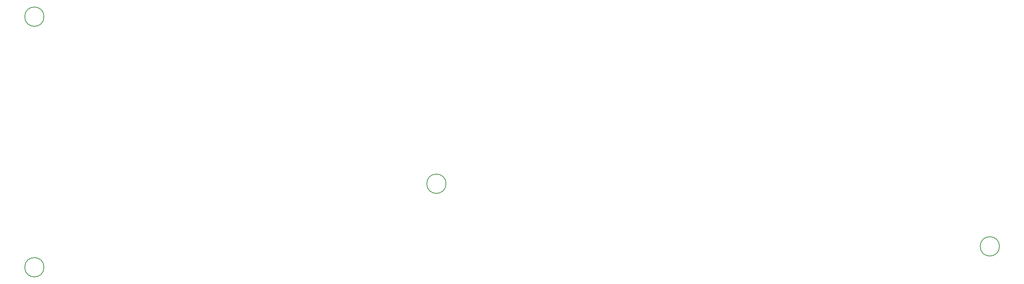
<source format=gbr>
%TF.GenerationSoftware,KiCad,Pcbnew,7.0.9*%
%TF.CreationDate,2024-03-10T13:20:19+01:00*%
%TF.ProjectId,65petit,36357065-7469-4742-9e6b-696361645f70,rev?*%
%TF.SameCoordinates,Original*%
%TF.FileFunction,Other,Comment*%
%FSLAX46Y46*%
G04 Gerber Fmt 4.6, Leading zero omitted, Abs format (unit mm)*
G04 Created by KiCad (PCBNEW 7.0.9) date 2024-03-10 13:20:19*
%MOMM*%
%LPD*%
G01*
G04 APERTURE LIST*
%ADD10C,0.150000*%
G04 APERTURE END LIST*
D10*
%TO.C,REF\u002A\u002A*%
X178406250Y-97625000D02*
G75*
G03*
X178406250Y-97625000I-2200000J0D01*
G01*
X86728125Y-116675000D02*
G75*
G03*
X86728125Y-116675000I-2200000J0D01*
G01*
X86728125Y-59525000D02*
G75*
G03*
X86728125Y-59525000I-2200000J0D01*
G01*
X304612500Y-111912500D02*
G75*
G03*
X304612500Y-111912500I-2200000J0D01*
G01*
%TD*%
M02*

</source>
